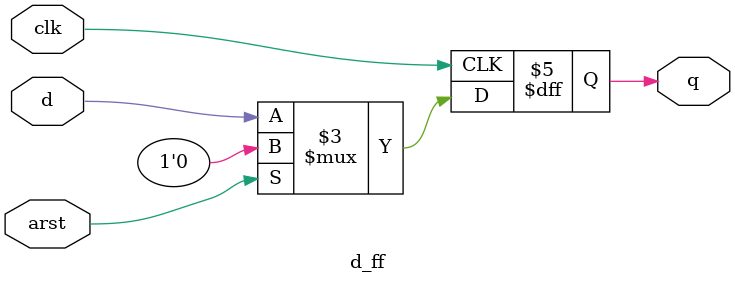
<source format=v>
`timescale 1ns / 1ps

module d_ff(
 input clk,
 input arst,
 input d,
 output reg q
    );
    
    always @(posedge clk)
     begin
       if(arst)
        begin
          q <= 0;
        end
      else
        begin
          q <= d;
        end
     end
endmodule

</source>
